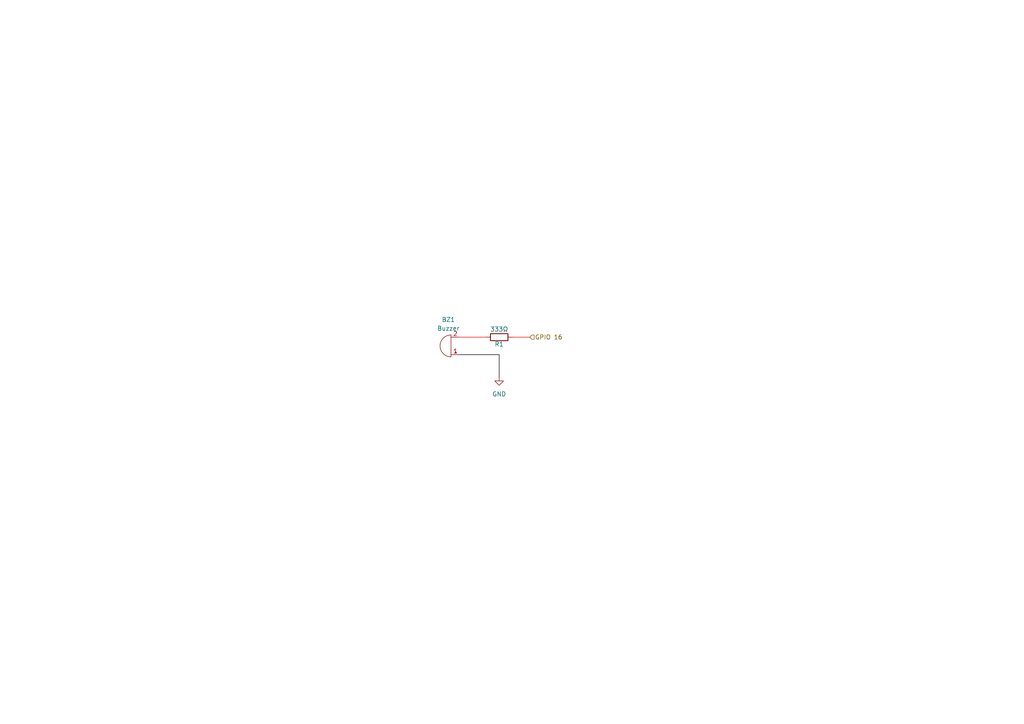
<source format=kicad_sch>
(kicad_sch (version 20250114) (generator "eeschema") (generator_version "9.0")
  (paper "A4")
  (lib_symbols
    (symbol "Device:Buzzer" (pin_names (offset 0.0254) (hide yes))
      (property "Reference" "BZ" (at 3.81 1.27 0))
      (property "Value" "Buzzer" (at 3.81 -1.27 0))
      (symbol "Buzzer_0_1"
        (polyline (pts (xy -1.651 1.905) (xy -1.143 1.905)))
        (polyline (pts (xy -1.397 2.159) (xy -1.397 1.651)))
        (arc (start 0 3.175) (mid 3.1612 0) (end 0 -3.175))
        (polyline (pts (xy 0 3.175) (xy 0 -3.175)))
      )
      (symbol "Buzzer_1_1"
        (pin passive line (at -2.54 2.54 0) (length 2.54) (name "+") (number "1"))
        (pin passive line (at -2.54 -2.54 0) (length 2.54) (name "-") (number "2"))
      )
    )
    (symbol "Device:R" (pin_numbers (hide yes)) (pin_names (offset 0))
      (property "Reference" "R" (at 2.032 0 90))
      (property "Value" "R" (at 0 0 90))
      (symbol "R_0_1"
        (rectangle (start -1.016 -2.54) (end 1.016 2.54) (stroke (width 0.254)))
      )
      (symbol "R_1_1"
        (pin passive line (at 0 3.81 270) (length 1.27) (name "~") (number "1"))
        (pin passive line (at 0 -3.81 90) (length 1.27) (name "~") (number "2"))
      )
    )
    (symbol "power:GND" (power) (pin_numbers (hide yes)) (pin_names (offset 0) (hide yes))
      (property "Value" "GND" (at 0 -3.81 0))
      (symbol "GND_0_1"
        (polyline (pts (xy 0 0) (xy 0 -1.27) (xy 1.27 -1.27) (xy 0 -2.54) (xy -1.27 -1.27) (xy 0 -1.27)))
      )
      (symbol "GND_1_1"
        (pin power_in line (at 0 0 270) (length 0) (name "~") (number "1"))
      )
    )
  )
  (wire (pts (xy 153.67 97.79) (xy 148.59 97.79)) (stroke (width 0) (color 255 0 0 1)))
  (wire (pts (xy 144.78 102.87) (xy 144.78 109.22)) (stroke (width 0) (color 0 0 0 1)))
  (wire (pts (xy 133.35 97.79) (xy 140.97 97.79)) (stroke (width 0) (color 255 0 0 1)))
  (wire (pts (xy 133.35 102.87) (xy 144.78 102.87)) (stroke (width 0) (color 0 0 0 1)))
  (hierarchical_label "GPIO 16" (shape input) (at 153.67 97.79 0))
  (symbol (lib_id "power:GND") (at 144.78 109.22 0) (unit 1)
    (property "Reference" "#PWR04" (effects (hide yes)))
    (property "Value" "GND" (at 144.78 114.3 0))
    (property "Description" "Power symbol creates a global label with name \"GND\" , ground" (effects (hide yes)))
  )
  (symbol (lib_id "Device:R") (at 144.78 97.79 270) (unit 1)
    (property "Reference" "R1" (at 144.78 99.822 90))
    (property "Value" "333Ω" (at 144.78 95.504 90))
    (property "Description" "Resistor" (effects (hide yes)))
  )
  (symbol (lib_id "Device:Buzzer") (at 130.81 100.33 180) (unit 1)
    (property "Reference" "BZ1" (at 130.0549 92.71 0))
    (property "Value" "Buzzer" (at 130.0549 95.25 0))
    (property "Description" "Buzzer, polarized" (effects (hide yes)))
  )
)
</source>
